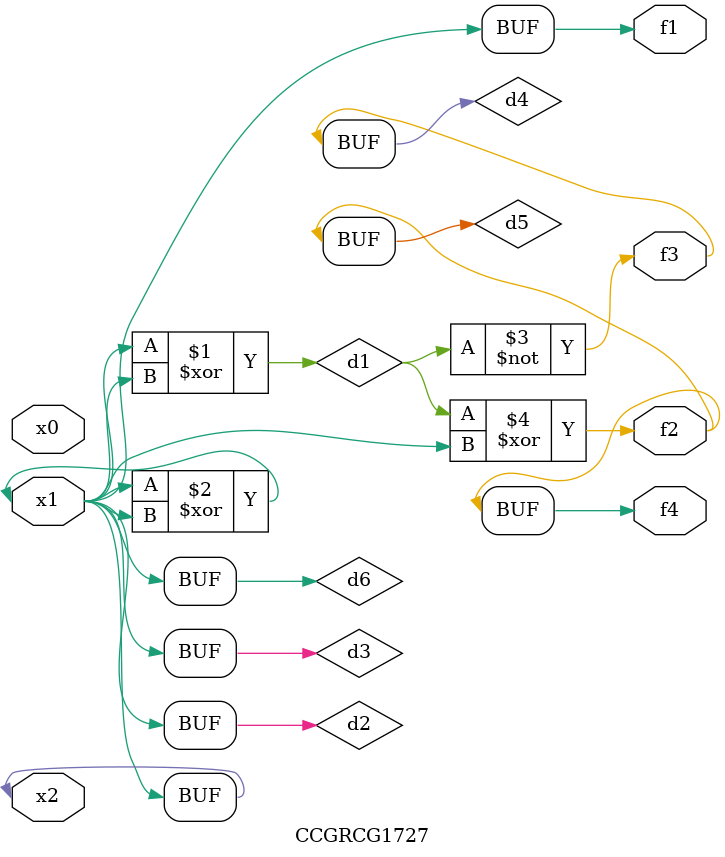
<source format=v>
module CCGRCG1727(
	input x0, x1, x2,
	output f1, f2, f3, f4
);

	wire d1, d2, d3, d4, d5, d6;

	xor (d1, x1, x2);
	buf (d2, x1, x2);
	xor (d3, x1, x2);
	nor (d4, d1);
	xor (d5, d1, d2);
	buf (d6, d2, d3);
	assign f1 = d6;
	assign f2 = d5;
	assign f3 = d4;
	assign f4 = d5;
endmodule

</source>
